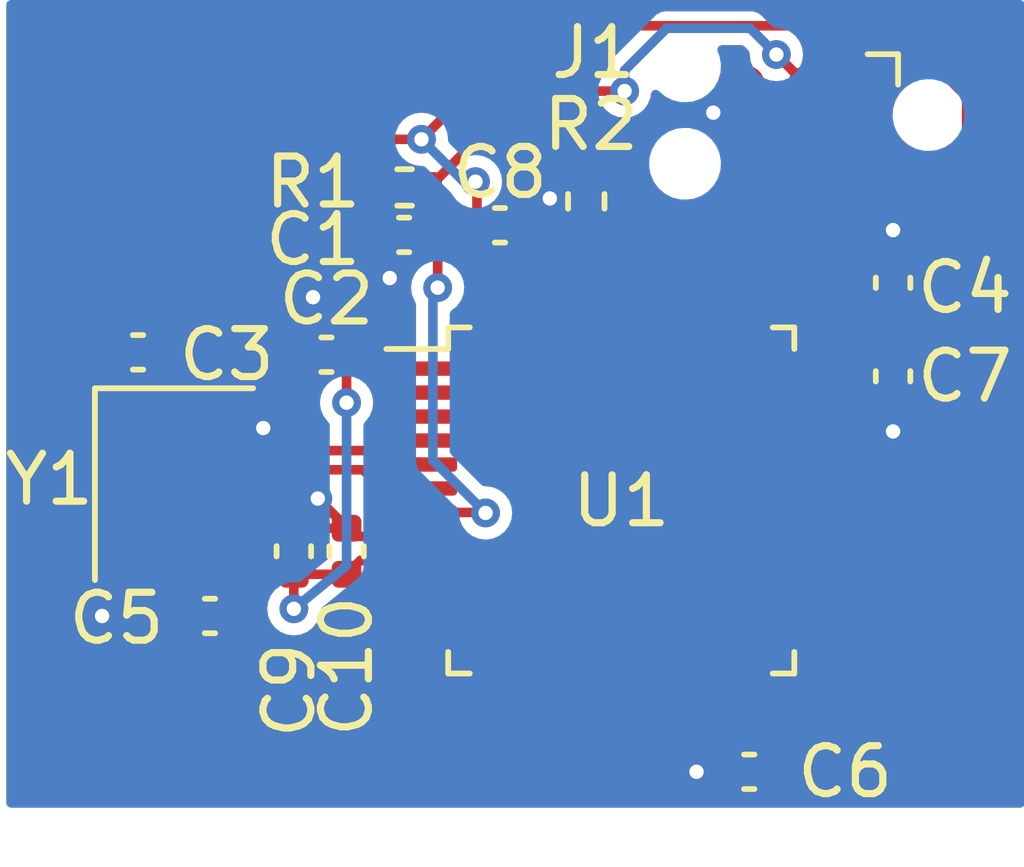
<source format=kicad_pcb>
(kicad_pcb (version 20221018) (generator pcbnew)
  (layers (0 "F.Cu" signal) (31 "B.Cu" signal) (34 "B.Paste" user) (35 "F.Paste" user) (36 "B.SilkS" user "B.Silkscreen") (37 "F.SilkS" user "F.Silkscreen") (38 "B.Mask" user) (39 "F.Mask" user) (44 "Edge.Cuts" user))
  (net 0 "")
  (net 1 "/NRST")
  (net 2 "GND")
  (net 3 "+3V3")
  (net 4 "/PD0")
  (net 5 "/PD1")
  (net 6 "Net-(J1-Pad6)")
  (net 7 "/SWCLK")
  (net 8 "/SWDIO")
  (net 9 "Net-(R2-Pad1)")
  (net 10 "Net-(U1-Pad46)")
  (net 11 "Net-(U1-Pad45)")
  (net 12 "Net-(U1-Pad43)")
  (net 13 "Net-(U1-Pad42)")
  (net 14 "Net-(U1-Pad41)")
  (net 15 "Net-(U1-Pad40)")
  (net 16 "Net-(U1-Pad39)")
  (net 17 "Net-(U1-Pad38)")
  (net 18 "Net-(U1-Pad33)")
  (net 19 "Net-(U1-Pad32)")
  (net 20 "Net-(U1-Pad31)")
  (net 21 "Net-(U1-Pad30)")
  (net 22 "Net-(U1-Pad29)")
  (net 23 "Net-(U1-Pad28)")
  (net 24 "Net-(U1-Pad27)")
  (net 25 "Net-(U1-Pad26)")
  (net 26 "Net-(U1-Pad25)")
  (net 27 "Net-(U1-Pad22)")
  (net 28 "Net-(U1-Pad21)")
  (net 29 "Net-(U1-Pad20)")
  (net 30 "Net-(U1-Pad19)")
  (net 31 "Net-(U1-Pad18)")
  (net 32 "Net-(U1-Pad17)")
  (net 33 "Net-(U1-Pad16)")
  (net 34 "Net-(U1-Pad15)")
  (net 35 "Net-(U1-Pad14)")
  (net 36 "Net-(U1-Pad13)")
  (net 37 "Net-(U1-Pad12)")
  (net 38 "Net-(U1-Pad11)")
  (net 39 "Net-(U1-Pad10)")
  (net 40 "Net-(U1-Pad4)")
  (net 41 "Net-(U1-Pad3)")
  (net 42 "Net-(U1-Pad2)")
  (footprint "Capacitor_SMD:C_0402_1005Metric" (layer "F.Cu") (at 133.8 84.8)
    (fp_text reference "C1" (at -1.9 0.1) (layer "F.SilkS"))
    (fp_text value "100nF")
    (fp_line (start -0.107836 -0.36) (end 0.107836 -0.36) (stroke (width 0.12)) (layer "F.SilkS"))
    (fp_line (start -0.107836 0.36) (end 0.107836 0.36) (stroke (width 0.12)) (layer "F.SilkS"))
    (pad "1" smd roundrect (at -0.48 0) (size 0.56 0.62) (layers "F.Cu" "F.Paste" "F.Mask") (net 2 "GND"))
    (pad "2" smd roundrect (at 0.48 0) (size 0.56 0.62) (layers "F.Cu" "F.Paste" "F.Mask") (net 1 "/NRST"))
  )
  (footprint "Capacitor_SMD:C_0402_1005Metric" (layer "F.Cu") (at 132.18 87.3)
    (fp_text reference "C2" (at 0 -1.16) (layer "F.SilkS"))
    (fp_text value "100nF")
    (fp_line (start -0.107836 -0.36) (end 0.107836 -0.36) (stroke (width 0.12)) (layer "F.SilkS"))
    (fp_line (start -0.107836 0.36) (end 0.107836 0.36) (stroke (width 0.12)) (layer "F.SilkS"))
    (pad "1" smd roundrect (at -0.48 0) (size 0.56 0.62) (layers "F.Cu" "F.Paste" "F.Mask") (net 2 "GND"))
    (pad "2" smd roundrect (at 0.48 0) (size 0.56 0.62) (layers "F.Cu" "F.Paste" "F.Mask") (net 3 "+3V3"))
  )
  (footprint "Capacitor_SMD:C_0402_1005Metric" (layer "F.Cu") (at 128.25 87.25)
    (fp_text reference "C3" (at 1.85 0.05) (layer "F.SilkS"))
    (fp_text value "20pF")
    (fp_line (start -0.107836 -0.36) (end 0.107836 -0.36) (stroke (width 0.12)) (layer "F.SilkS"))
    (fp_line (start -0.107836 0.36) (end 0.107836 0.36) (stroke (width 0.12)) (layer "F.SilkS"))
    (pad "1" smd roundrect (at -0.48 0) (size 0.56 0.62) (layers "F.Cu" "F.Paste" "F.Mask") (net 4 "/PD0"))
    (pad "2" smd roundrect (at 0.48 0) (size 0.56 0.62) (layers "F.Cu" "F.Paste" "F.Mask") (net 2 "GND"))
  )
  (footprint "Capacitor_SMD:C_0402_1005Metric" (layer "F.Cu") (at 144 85.8 -90)
    (fp_text reference "C4" (at 0.1 -1.5 180) (layer "F.SilkS"))
    (fp_text value "4.7uF")
    (fp_line (start -0.107836 -0.36) (end 0.107836 -0.36) (stroke (width 0.12)) (layer "F.SilkS"))
    (fp_line (start -0.107836 0.36) (end 0.107836 0.36) (stroke (width 0.12)) (layer "F.SilkS"))
    (pad "1" smd roundrect (at -0.48 0 270) (size 0.56 0.62) (layers "F.Cu" "F.Paste" "F.Mask") (net 2 "GND"))
    (pad "2" smd roundrect (at 0.48 0 270) (size 0.56 0.62) (layers "F.Cu" "F.Paste" "F.Mask") (net 3 "+3V3"))
  )
  (footprint "Capacitor_SMD:C_0402_1005Metric" (layer "F.Cu") (at 129.75 92.75 180)
    (fp_text reference "C5" (at 1.95 -0.05) (layer "F.SilkS"))
    (fp_text value "20pF")
    (fp_line (start -0.107836 -0.36) (end 0.107836 -0.36) (stroke (width 0.12)) (layer "F.SilkS"))
    (fp_line (start -0.107836 0.36) (end 0.107836 0.36) (stroke (width 0.12)) (layer "F.SilkS"))
    (pad "1" smd roundrect (at -0.48 0 180) (size 0.56 0.62) (layers "F.Cu" "F.Paste" "F.Mask") (net 5 "/PD1"))
    (pad "2" smd roundrect (at 0.48 0 180) (size 0.56 0.62) (layers "F.Cu" "F.Paste" "F.Mask") (net 2 "GND"))
  )
  (footprint "Capacitor_SMD:C_0402_1005Metric" (layer "F.Cu") (at 144 87.75 90)
    (fp_text reference "C7" (at 0 1.5 180) (layer "F.SilkS"))
    (fp_text value "100nF")
    (fp_line (start -0.107836 -0.36) (end 0.107836 -0.36) (stroke (width 0.12)) (layer "F.SilkS"))
    (fp_line (start -0.107836 0.36) (end 0.107836 0.36) (stroke (width 0.12)) (layer "F.SilkS"))
    (pad "1" smd roundrect (at -0.48 0 90) (size 0.56 0.62) (layers "F.Cu" "F.Paste" "F.Mask") (net 2 "GND"))
    (pad "2" smd roundrect (at 0.48 0 90) (size 0.56 0.62) (layers "F.Cu" "F.Paste" "F.Mask") (net 3 "+3V3"))
  )
  (footprint "Capacitor_SMD:C_0402_1005Metric" (layer "F.Cu") (at 135.8 84.6 180)
    (fp_text reference "C8" (at 0 1.1) (layer "F.SilkS"))
    (fp_text value "100nF")
    (fp_line (start -0.107836 -0.36) (end 0.107836 -0.36) (stroke (width 0.12)) (layer "F.SilkS"))
    (fp_line (start -0.107836 0.36) (end 0.107836 0.36) (stroke (width 0.12)) (layer "F.SilkS"))
    (pad "1" smd roundrect (at -0.48 0 180) (size 0.56 0.62) (layers "F.Cu" "F.Paste" "F.Mask") (net 2 "GND"))
    (pad "2" smd roundrect (at 0.48 0 180) (size 0.56 0.62) (layers "F.Cu" "F.Paste" "F.Mask") (net 3 "+3V3"))
  )
  (footprint "Capacitor_SMD:C_0402_1005Metric" (layer "F.Cu") (at 131.5 91.4 -90)
    (fp_text reference "C9" (at 2.9 0.1 90) (layer "F.SilkS"))
    (fp_text value "1uF")
    (fp_line (start -0.107836 -0.36) (end 0.107836 -0.36) (stroke (width 0.12)) (layer "F.SilkS"))
    (fp_line (start -0.107836 0.36) (end 0.107836 0.36) (stroke (width 0.12)) (layer "F.SilkS"))
    (pad "1" smd roundrect (at -0.48 0 270) (size 0.56 0.62) (layers "F.Cu" "F.Paste" "F.Mask") (net 2 "GND"))
    (pad "2" smd roundrect (at 0.48 0 270) (size 0.56 0.62) (layers "F.Cu" "F.Paste" "F.Mask") (net 3 "+3V3"))
  )
  (footprint "Connector:Tag-Connect_TC2030-IDC-NL_2x03_P1.27mm_Vertical" (layer "F.Cu") (at 142.2 82.3 180)
    (fp_text reference "J1" (at 4.45 1.3) (layer "F.SilkS"))
    (fp_text value "DBG")
    (fp_line (start -1.905 1.27) (end -1.905 0.635) (stroke (width 0.12)) (layer "F.SilkS"))
    (fp_line (start -1.27 1.27) (end -1.905 1.27) (stroke (width 0.12)) (layer "F.SilkS"))
    (pad "" np_thru_hole circle (at -2.54 0 180) (size 0.9906 0.9906) (drill 0.9906) (layers "*.Cu" "*.Mask"))
    (pad "" np_thru_hole circle (at 2.54 -1.016 180) (size 0.9906 0.9906) (drill 0.9906) (layers "*.Cu" "*.Mask"))
    (pad "" np_thru_hole circle (at 2.54 1.016 180) (size 0.9906 0.9906) (drill 0.9906) (layers "*.Cu" "*.Mask"))
    (pad "1" connect circle (at -1.27 0.635 180) (size 0.7874 0.7874) (layers "F.Cu" "F.Mask") (net 3 "+3V3"))
    (pad "2" connect circle (at -1.27 -0.635 180) (size 0.7874 0.7874) (layers "F.Cu" "F.Mask") (net 8 "/SWDIO"))
    (pad "3" connect circle (at 0 0.635 180) (size 0.7874 0.7874) (layers "F.Cu" "F.Mask") (net 1 "/NRST"))
    (pad "4" connect circle (at 0 -0.635 180) (size 0.7874 0.7874) (layers "F.Cu" "F.Mask") (net 7 "/SWCLK"))
    (pad "5" connect circle (at 1.27 0.635 180) (size 0.7874 0.7874) (layers "F.Cu" "F.Mask") (net 2 "GND"))
    (pad "6" connect circle (at 1.27 -0.635 180) (size 0.7874 0.7874) (layers "F.Cu" "F.Mask") (net 6 "Net-(J1-Pad6)"))
  )
  (footprint "Resistor_SMD:R_0402_1005Metric" (layer "F.Cu") (at 133.81 83.81)
    (fp_text reference "R1" (at -1.91 -0.11) (layer "F.SilkS"))
    (fp_text value "10k")
    (fp_line (start -0.153641 -0.38) (end 0.153641 -0.38) (stroke (width 0.12)) (layer "F.SilkS"))
    (fp_line (start -0.153641 0.38) (end 0.153641 0.38) (stroke (width 0.12)) (layer "F.SilkS"))
    (pad "1" smd roundrect (at -0.51 0) (size 0.54 0.64) (layers "F.Cu" "F.Paste" "F.Mask") (net 3 "+3V3"))
    (pad "2" smd roundrect (at 0.51 0) (size 0.54 0.64) (layers "F.Cu" "F.Paste" "F.Mask") (net 1 "/NRST"))
  )
  (footprint "Resistor_SMD:R_0402_1005Metric" (layer "F.Cu") (at 137.6 84.1 90)
    (fp_text reference "R2" (at 1.6 0.1 180) (layer "F.SilkS"))
    (fp_text value "10k")
    (fp_line (start -0.153641 -0.38) (end 0.153641 -0.38) (stroke (width 0.12)) (layer "F.SilkS"))
    (fp_line (start -0.153641 0.38) (end 0.153641 0.38) (stroke (width 0.12)) (layer "F.SilkS"))
    (pad "1" smd roundrect (at -0.51 0 90) (size 0.54 0.64) (layers "F.Cu" "F.Paste" "F.Mask") (net 9 "Net-(R2-Pad1)"))
    (pad "2" smd roundrect (at 0.51 0 90) (size 0.54 0.64) (layers "F.Cu" "F.Paste" "F.Mask") (net 2 "GND"))
  )
  (footprint "Crystal:Crystal_SMD_3225-4Pin_3.2x2.5mm" (layer "F.Cu") (at 129 90 -90)
    (fp_text reference "Y1" (at -0.1 2.6 180) (layer "F.SilkS"))
    (fp_text value "16MHz")
    (fp_line (start -2 -1.65) (end -2 1.65) (stroke (width 0.12)) (layer "F.SilkS"))
    (fp_line (start -2 1.65) (end 2 1.65) (stroke (width 0.12)) (layer "F.SilkS"))
    (pad "1" smd rect (at -1.1 0.85 270) (size 1.4 1.2) (layers "F.Cu" "F.Paste" "F.Mask") (net 4 "/PD0"))
    (pad "2" smd rect (at 1.1 0.85 270) (size 1.4 1.2) (layers "F.Cu" "F.Paste" "F.Mask") (net 2 "GND"))
    (pad "3" smd rect (at 1.1 -0.85 270) (size 1.4 1.2) (layers "F.Cu" "F.Paste" "F.Mask") (net 5 "/PD1"))
    (pad "4" smd rect (at -1.1 -0.85 270) (size 1.4 1.2) (layers "F.Cu" "F.Paste" "F.Mask") (net 2 "GND"))
  )
  (footprint "Capacitor_SMD:C_0402_1005Metric" (layer "F.Cu") (at 141 96)
    (fp_text reference "C6" (at 2 0) (layer "F.SilkS"))
    (fp_text value "100nF")
    (fp_line (start -0.107836 -0.36) (end 0.107836 -0.36) (stroke (width 0.12)) (layer "F.SilkS"))
    (fp_line (start -0.107836 0.36) (end 0.107836 0.36) (stroke (width 0.12)) (layer "F.SilkS"))
    (pad "1" smd roundrect (at -0.48 0) (size 0.56 0.62) (layers "F.Cu" "F.Paste" "F.Mask") (net 2 "GND"))
    (pad "2" smd roundrect (at 0.48 0) (size 0.56 0.62) (layers "F.Cu" "F.Paste" "F.Mask") (net 3 "+3V3"))
  )
  (footprint "Capacitor_SMD:C_0402_1005Metric" (layer "F.Cu") (at 132.6 91.4 -90)
    (fp_text reference "C10" (at 2.4 0 -90) (layer "F.SilkS"))
    (fp_text value "10nF")
    (fp_line (start -0.107836 -0.36) (end 0.107836 -0.36) (stroke (width 0.12)) (layer "F.SilkS"))
    (fp_line (start -0.107836 0.36) (end 0.107836 0.36) (stroke (width 0.12)) (layer "F.SilkS"))
    (pad "1" smd roundrect (at -0.48 0 270) (size 0.56 0.62) (layers "F.Cu" "F.Paste" "F.Mask") (net 2 "GND"))
    (pad "2" smd roundrect (at 0.48 0 270) (size 0.56 0.62) (layers "F.Cu" "F.Paste" "F.Mask") (net 3 "+3V3"))
  )
  (footprint "Package_QFP:LQFP-48_7x7mm_P0.5mm" (layer "F.Cu") (at 138.33 90.34)
    (fp_text reference "U1" (at 0 0.01) (layer "F.SilkS"))
    (fp_text value "GD32E103CBTx")
    (fp_line (start -3.61 -3.61) (end -3.61 -3.16) (stroke (width 0.12)) (layer "F.SilkS"))
    (fp_line (start -3.61 -3.16) (end -4.9 -3.16) (stroke (width 0.12)) (layer "F.SilkS"))
    (fp_line (start -3.61 3.61) (end -3.61 3.16) (stroke (width 0.12)) (layer "F.SilkS"))
    (fp_line (start -3.16 -3.61) (end -3.61 -3.61) (stroke (width 0.12)) (layer "F.SilkS"))
    (fp_line (start -3.16 3.61) (end -3.61 3.61) (stroke (width 0.12)) (layer "F.SilkS"))
    (fp_line (start 3.16 -3.61) (end 3.61 -3.61) (stroke (width 0.12)) (layer "F.SilkS"))
    (fp_line (start 3.16 3.61) (end 3.61 3.61) (stroke (width 0.12)) (layer "F.SilkS"))
    (fp_line (start 3.61 -3.61) (end 3.61 -3.16) (stroke (width 0.12)) (layer "F.SilkS"))
    (fp_line (start 3.61 3.61) (end 3.61 3.16) (stroke (width 0.12)) (layer "F.SilkS"))
    (pad "1" smd roundrect (at -4.1625 -2.75) (size 1.475 0.3) (layers "F.Cu" "F.Paste" "F.Mask") (net 3 "+3V3"))
    (pad "2" smd roundrect (at -4.1625 -2.25) (size 1.475 0.3) (layers "F.Cu" "F.Paste" "F.Mask") (net 42 "Net-(U1-Pad2)"))
    (pad "3" smd roundrect (at -4.1625 -1.75) (size 1.475 0.3) (layers "F.Cu" "F.Paste" "F.Mask") (net 41 "Net-(U1-Pad3)"))
    (pad "4" smd roundrect (at -4.1625 -1.25) (size 1.475 0.3) (layers "F.Cu" "F.Paste" "F.Mask") (net 40 "Net-(U1-Pad4)"))
    (pad "5" smd roundrect (at -4.1625 -0.75) (size 1.475 0.3) (layers "F.Cu" "F.Paste" "F.Mask") (net 4 "/PD0"))
    (pad "6" smd roundrect (at -4.1625 -0.25) (size 1.475 0.3) (layers "F.Cu" "F.Paste" "F.Mask") (net 5 "/PD1"))
    (pad "7" smd roundrect (at -4.1625 0.25) (size 1.475 0.3) (layers "F.Cu" "F.Paste" "F.Mask") (net 1 "/NRST"))
    (pad "8" smd roundrect (at -4.1625 0.75) (size 1.475 0.3) (layers "F.Cu" "F.Paste" "F.Mask") (net 2 "GND"))
    (pad "9" smd roundrect (at -4.1625 1.25) (size 1.475 0.3) (layers "F.Cu" "F.Paste" "F.Mask") (net 3 "+3V3"))
    (pad "10" smd roundrect (at -4.1625 1.75) (size 1.475 0.3) (layers "F.Cu" "F.Paste" "F.Mask") (net 39 "Net-(U1-Pad10)"))
    (pad "11" smd roundrect (at -4.1625 2.25) (size 1.475 0.3) (layers "F.Cu" "F.Paste" "F.Mask") (net 38 "Net-(U1-Pad11)"))
    (pad "12" smd roundrect (at -4.1625 2.75) (size 1.475 0.3) (layers "F.Cu" "F.Paste" "F.Mask") (net 37 "Net-(U1-Pad12)"))
    (pad "13" smd roundrect (at -2.75 4.1625) (size 0.3 1.475) (layers "F.Cu" "F.Paste" "F.Mask") (net 36 "Net-(U1-Pad13)"))
    (pad "14" smd roundrect (at -2.25 4.1625) (size 0.3 1.475) (layers "F.Cu" "F.Paste" "F.Mask") (net 35 "Net-(U1-Pad14)"))
    (pad "15" smd roundrect (at -1.75 4.1625) (size 0.3 1.475) (layers "F.Cu" "F.Paste" "F.Mask") (net 34 "Net-(U1-Pad15)"))
    (pad "16" smd roundrect (at -1.25 4.1625) (size 0.3 1.475) (layers "F.Cu" "F.Paste" "F.Mask") (net 33 "Net-(U1-Pad16)"))
    (pad "17" smd roundrect (at -0.75 4.1625) (size 0.3 1.475) (layers "F.Cu" "F.Paste" "F.Mask") (net 32 "Net-(U1-Pad17)"))
    (pad "18" smd roundrect (at -0.25 4.1625) (size 0.3 1.475) (layers "F.Cu" "F.Paste" "F.Mask") (net 31 "Net-(U1-Pad18)"))
    (pad "19" smd roundrect (at 0.25 4.1625) (size 0.3 1.475) (layers "F.Cu" "F.Paste" "F.Mask") (net 30 "Net-(U1-Pad19)"))
    (pad "20" smd roundrect (at 0.75 4.1625) (size 0.3 1.475) (layers "F.Cu" "F.Paste" "F.Mask") (net 29 "Net-(U1-Pad20)"))
    (pad "21" smd roundrect (at 1.25 4.1625) (size 0.3 1.475) (layers "F.Cu" "F.Paste" "F.Mask") (net 28 "Net-(U1-Pad21)"))
    (pad "22" smd roundrect (at 1.75 4.1625) (size 0.3 1.475) (layers "F.Cu" "F.Paste" "F.Mask") (net 27 "Net-(U1-Pad22)"))
    (pad "23" smd roundrect (at 2.25 4.1625) (size 0.3 1.475) (layers "F.Cu" "F.Paste" "F.Mask") (net 2 "GND"))
    (pad "24" smd roundrect (at 2.75 4.1625) (size 0.3 1.475) (layers "F.Cu" "F.Paste" "F.Mask") (net 3 "+3V3"))
    (pad "25" smd roundrect (at 4.1625 2.75) (size 1.475 0.3) (layers "F.Cu" "F.Paste" "F.Mask") (net 26 "Net-(U1-Pad25)"))
    (pad "26" smd roundrect (at 4.1625 2.25) (size 1.475 0.3) (layers "F.Cu" "F.Paste" "F.Mask") (net 25 "Net-(U1-Pad26)"))
    (pad "27" smd roundrect (at 4.1625 1.75) (size 1.475 0.3) (layers "F.Cu" "F.Paste" "F.Mask") (net 24 "Net-(U1-Pad27)"))
    (pad "28" smd roundrect (at 4.1625 1.25) (size 1.475 0.3) (layers "F.Cu" "F.Paste" "F.Mask") (net 23 "Net-(U1-Pad28)"))
    (pad "29" smd roundrect (at 4.1625 0.75) (size 1.475 0.3) (layers "F.Cu" "F.Paste" "F.Mask") (net 22 "Net-(U1-Pad29)"))
    (pad "30" smd roundrect (at 4.1625 0.25) (size 1.475 0.3) (layers "F.Cu" "F.Paste" "F.Mask") (net 21 "Net-(U1-Pad30)"))
    (pad "31" smd roundrect (at 4.1625 -0.25) (size 1.475 0.3) (layers "F.Cu" "F.Paste" "F.Mask") (net 20 "Net-(U1-Pad31)"))
    (pad "32" smd roundrect (at 4.1625 -0.75) (size 1.475 0.3) (layers "F.Cu" "F.Paste" "F.Mask") (net 19 "Net-(U1-Pad32)"))
    (pad "33" smd roundrect (at 4.1625 -1.25) (size 1.475 0.3) (layers "F.Cu" "F.Paste" "F.Mask") (net 18 "Net-(U1-Pad33)"))
    (pad "34" smd roundrect (at 4.1625 -1.75) (size 1.475 0.3) (layers "F.Cu" "F.Paste" "F.Mask") (net 8 "/SWDIO"))
    (pad "35" smd roundrect (at 4.1625 -2.25) (size 1.475 0.3) (layers "F.Cu" "F.Paste" "F.Mask") (net 2 "GND"))
    (pad "36" smd roundrect (at 4.1625 -2.75) (size 1.475 0.3) (layers "F.Cu" "F.Paste" "F.Mask") (net 3 "+3V3"))
    (pad "37" smd roundrect (at 2.75 -4.1625) (size 0.3 1.475) (layers "F.Cu" "F.Paste" "F.Mask") (net 7 "/SWCLK"))
    (pad "38" smd roundrect (at 2.25 -4.1625) (size 0.3 1.475) (layers "F.Cu" "F.Paste" "F.Mask") (net 17 "Net-(U1-Pad38)"))
    (pad "39" smd roundrect (at 1.75 -4.1625) (size 0.3 1.475) (layers "F.Cu" "F.Paste" "F.Mask") (net 16 "Net-(U1-Pad39)"))
    (pad "40" smd roundrect (at 1.25 -4.1625) (size 0.3 1.475) (layers "F.Cu" "F.Paste" "F.Mask") (net 15 "Net-(U1-Pad40)"))
    (pad "41" smd roundrect (at 0.75 -4.1625) (size 0.3 1.475) (layers "F.Cu" "F.Paste" "F.Mask") (net 14 "Net-(U1-Pad41)"))
    (pad "42" smd roundrect (at 0.25 -4.1625) (size 0.3 1.475) (layers "F.Cu" "F.Paste" "F.Mask") (net 13 "Net-(U1-Pad42)"))
    (pad "43" smd roundrect (at -0.25 -4.1625) (size 0.3 1.475) (layers "F.Cu" "F.Paste" "F.Mask") (net 12 "Net-(U1-Pad43)"))
    (pad "44" smd roundrect (at -0.75 -4.1625) (size 0.3 1.475) (layers "F.Cu" "F.Paste" "F.Mask") (net 9 "Net-(R2-Pad1)"))
    (pad "45" smd roundrect (at -1.25 -4.1625) (size 0.3 1.475) (layers "F.Cu" "F.Paste" "F.Mask") (net 11 "Net-(U1-Pad45)"))
    (pad "46" smd roundrect (at -1.75 -4.1625) (size 0.3 1.475) (layers "F.Cu" "F.Paste" "F.Mask") (net 10 "Net-(U1-Pad46)"))
    (pad "47" smd roundrect (at -2.25 -4.1625) (size 0.3 1.475) (layers "F.Cu" "F.Paste" "F.Mask") (net 2 "GND"))
    (pad "48" smd roundrect (at -2.75 -4.1625) (size 0.3 1.475) (layers "F.Cu" "F.Paste" "F.Mask") (net 3 "+3V3"))
  )
  (segment (start 135.49 90.59) (end 135.5 90.6) (width 0.2) (layer "F.Cu") (net 1))
  (segment (start 134.5 85.02) (end 134.28 84.8) (width 0.2) (layer "F.Cu") (net 1))
  (segment (start 138.4 81.8) (end 136.33 81.8) (width 0.2) (layer "F.Cu") (net 1))
  (segment (start 136.33 81.8) (end 134.32 83.81) (width 0.2) (layer "F.Cu") (net 1))
  (segment (start 134.28 84.8) (end 134.28 83.85) (width 0.2) (layer "F.Cu") (net 1))
  (segment (start 134.28 83.85) (end 134.32 83.81) (width 0.2) (layer "F.Cu") (net 1))
  (segment (start 142.2 81.665) (end 142.193856 81.665) (width 0.2) (layer "F.Cu") (net 1))
  (segment (start 134.5 85.9) (end 134.5 85.02) (width 0.2) (layer "F.Cu") (net 1))
  (segment (start 142.193856 81.665) (end 141.566227 81.037371) (width 0.2) (layer "F.Cu") (net 1))
  (segment (start 134.1675 90.59) (end 135.49 90.59) (width 0.2) (layer "F.Cu") (net 1))
  (via (at 138.4 81.8) (size 0.6) (drill 0.3) (layers "F.Cu" "B.Cu") (net 1))
  (via (at 134.5 85.9) (size 0.6) (drill 0.3) (layers "F.Cu" "B.Cu") (net 1))
  (via (at 135.5 90.6) (size 0.6) (drill 0.3) (layers "F.Cu" "B.Cu") (net 1))
  (via (at 141.566227 81.037371) (size 0.6) (drill 0.3) (layers "F.Cu" "B.Cu") (net 1))
  (segment (start 141.566227 81.037371) (end 141.017555 80.488699) (width 0.2) (layer "B.Cu") (net 1))
  (segment (start 134.4 89.5) (end 134.4 86.088002) (width 0.2) (layer "B.Cu") (net 1))
  (segment (start 134.588002 85.9) (end 134.5 85.9) (width 0.2) (layer "B.Cu") (net 1))
  (segment (start 141.017555 80.488699) (end 139.278255 80.488699) (width 0.2) (layer "B.Cu") (net 1))
  (segment (start 139.278255 80.488699) (end 138.4 81.366954) (width 0.2) (layer "B.Cu") (net 1))
  (segment (start 138.4 81.366954) (end 138.4 81.8) (width 0.2) (layer "B.Cu") (net 1))
  (segment (start 135.5 90.6) (end 134.4 89.5) (width 0.2) (layer "B.Cu") (net 1))
  (segment (start 134.4 86.088002) (end 134.588002 85.9) (width 0.2) (layer "B.Cu") (net 1))
  (segment (start 144 88.23) (end 144 88.9) (width 0.2) (layer "F.Cu") (net 2))
  (segment (start 144 88.23) (end 143.86 88.09) (width 0.2) (layer "F.Cu") (net 2))
  (segment (start 133.32 84.8) (end 133.32 85.52) (width 0.2) (layer "F.Cu") (net 2))
  (segment (start 140.835 81.665) (end 140.25 82.25) (width 0.2) (layer "F.Cu") (net 2))
  (segment (start 136.08 86.1775) (end 136.08 84.8) (width 0.2) (layer "F.Cu") (net 2))
  (segment (start 128.15 91.63) (end 129.27 92.75) (width 0.2) (layer "F.Cu") (net 2))
  (segment (start 133.32 85.52) (end 133.5 85.7) (width 0.2) (layer "F.Cu") (net 2))
  (segment (start 136.08 84.8) (end 136.28 84.6) (width 0.2) (layer "F.Cu") (net 2))
  (segment (start 140.52 96) (end 140.58 95.94) (width 0.2) (layer "F.Cu") (net 2))
  (segment (start 129.85 88.37) (end 128.73 87.25) (width 0.2) (layer "F.Cu") (net 2))
  (segment (start 140.93 81.665) (end 140.835 81.665) (width 0.2) (layer "F.Cu") (net 2))
  (segment (start 128.15 91.1) (end 128.15 91.63) (width 0.2) (layer "F.Cu") (net 2))
  (segment (start 137.6 83.59) (end 137.29 83.59) (width 0.2) (layer "F.Cu") (net 2))
  (segment (start 131.5 90.8) (end 132 90.3) (width 0.2) (layer "F.Cu") (net 2))
  (segment (start 129.85 88.9) (end 130.791503 88.9) (width 0.2) (layer "F.Cu") (net 2))
  (segment (start 131.7 86.3) (end 131.9 86.1) (width 0.2) (layer "F.Cu") (net 2))
  (segment (start 144 85.32) (end 144 84.7) (width 0.2) (layer "F.Cu") (net 2))
  (segment (start 140.52 96) (end 139.9 96) (width 0.2) (layer "F.Cu") (net 2))
  (segment (start 132.77 91.09) (end 132.6 90.92) (width 0.2) (layer "F.Cu") (net 2))
  (segment (start 137.29 83.59) (end 136.84 84.04) (width 0.2) (layer "F.Cu") (net 2))
  (segment (start 136.84 84.04) (end 136.28 84.6) (width 0.2) (layer "F.Cu") (net 2))
  (segment (start 130.791503 88.9) (end 130.862209 88.829294) (width 0.2) (layer "F.Cu") (net 2))
  (segment (start 128.15 91.1) (end 128.15 92.1) (width 0.2) (layer "F.Cu") (net 2))
  (segment (start 128.15 92.1) (end 127.5 92.75) (width 0.2) (layer "F.Cu") (net 2))
  (segment (start 132.6 90.92) (end 132.6 90.9) (width 0.2) (layer "F.Cu") (net 2))
  (segment (start 129.85 88.9) (end 129.85 88.37) (width 0.2) (layer "F.Cu") (net 2))
  (segment (start 131.5 90.92) (end 131.5 90.8) (width 0.2) (layer "F.Cu") (net 2))
  (segment (start 132.6 90.92) (end 131.5 90.92) (width 0.2) (layer "F.Cu") (net 2))
  (segment (start 143.86 88.09) (end 142.4925 88.09) (width 0.2) (layer "F.Cu") (net 2))
  (segment (start 131.7 87.3) (end 131.7 86.3) (width 0.2) (layer "F.Cu") (net 2))
  (segment (start 132.6 90.9) (end 132 90.3) (width 0.2) (layer "F.Cu") (net 2))
  (segment (start 134.1675 91.09) (end 132.77 91.09) (width 0.2) (layer "F.Cu") (net 2))
  (segment (start 140.58 95.94) (end 140.58 94.5025) (width 0.2) (layer "F.Cu") (net 2))
  (via (at 144 84.7) (size 0.6) (drill 0.3) (layers "F.Cu" "B.Cu") (net 2))
  (via (at 130.862209 88.829294) (size 0.6) (drill 0.3) (layers "F.Cu" "B.Cu") (net 2))
  (via (at 144 88.9) (size 0.6) (drill 0.3) (layers "F.Cu" "B.Cu") (net 2))
  (via (at 127.5 92.75) (size 0.6) (drill 0.3) (layers "F.Cu" "B.Cu") (net 2))
  (via (at 133.5 85.7) (size 0.6) (drill 0.3) (layers "F.Cu" "B.Cu") (net 2))
  (via (at 131.9 86.1) (size 0.6) (drill 0.3) (layers "F.Cu" "B.Cu") (net 2))
  (via (at 140.25 82.25) (size 0.6) (drill 0.3) (layers "F.Cu" "B.Cu") (net 2))
  (via (at 136.84 84.04) (size 0.6) (drill 0.3) (layers "F.Cu" "B.Cu") (net 2))
  (via (at 139.9 96) (size 0.6) (drill 0.3) (layers "F.Cu" "B.Cu") (net 2))
  (via (at 132 90.3) (size 0.6) (drill 0.3) (layers "F.Cu" "B.Cu") (net 2))
  (segment (start 143.863699 81.271301) (end 144.888347 81.271301) (width 0.2) (layer "F.Cu") (net 3))
  (segment (start 134.16225 82.806215) (end 133.593785 82.806215) (width 0.2) (layer "F.Cu") (net 3))
  (segment (start 141.08 95.6) (end 141.48 96) (width 0.2) (layer "F.Cu") (net 3))
  (segment (start 132.66 84.45) (end 133.3 83.81) (width 0.2) (layer "F.Cu") (net 3))
  (segment (start 132.6 88.3) (end 132.6 87.36) (width 0.2) (layer "F.Cu") (net 3))
  (segment (start 145.15 93.9) (end 143.05 96) (width 0.2) (layer "F.Cu") (net 3))
  (segment (start 132.89 91.59) (end 132.6 91.88) (width 0.2) (layer "F.Cu") (net 3))
  (segment (start 131.5 91.88) (end 131.5 92.6) (width 0.2) (layer "F.Cu") (net 3))
  (segment (start 135.58 84.86) (end 135.32 84.6) (width 0.2) (layer "F.Cu") (net 3))
  (segment (start 132.95 87.59) (end 132.66 87.3) (width 0.2) (layer "F.Cu") (net 3))
  (segment (start 142.24237 80.43737) (end 136.531095 80.43737) (width 0.2) (layer "F.Cu") (net 3))
  (segment (start 143.47 81.665) (end 143.863699 81.271301) (width 0.2) (layer "F.Cu") (net 3))
  (segment (start 145.15 88.42) (end 145.15 93.9) (width 0.2) (layer "F.Cu") (net 3))
  (segment (start 143.47 81.665) (end 142.24237 80.43737) (width 0.2) (layer "F.Cu") (net 3))
  (segment (start 134.1675 87.59) (end 132.95 87.59) (width 0.2) (layer "F.Cu") (net 3))
  (segment (start 144.888347 81.271301) (end 145.535301 81.918255) (width 0.2) (layer "F.Cu") (net 3))
  (segment (start 132.6 87.36) (end 132.66 87.3) (width 0.2) (layer "F.Cu") (net 3))
  (segment (start 141.08 94.5025) (end 141.08 95.6) (width 0.2) (layer "F.Cu") (net 3))
  (segment (start 132.66 87.3) (end 132.66 84.45) (width 0.2) (layer "F.Cu") (net 3))
  (segment (start 136.531095 80.43737) (end 134.16225 82.806215) (width 0.2) (layer "F.Cu") (net 3))
  (segment (start 144 87.27) (end 144 86.28) (width 0.2) (layer "F.Cu") (net 3))
  (segment (start 143.68 87.59) (end 144 87.27) (width 0.2) (layer "F.Cu") (net 3))
  (segment (start 143.05 96) (end 141.48 96) (width 0.2) (layer "F.Cu") (net 3))
  (segment (start 134.1675 91.59) (end 132.89 91.59) (width 0.2) (layer "F.Cu") (net 3))
  (segment (start 144 87.27) (end 145.15 88.42) (width 0.2) (layer "F.Cu") (net 3))
  (segment (start 135.58 86.1775) (end 135.58 84.86) (width 0.2) (layer "F.Cu") (net 3))
  (segment (start 132.6 91.88) (end 131.5 91.88) (width 0.2) (layer "F.Cu") (net 3))
  (segment (start 133.3 83.1) (end 133.3 83.81) (width 0.2) (layer "F.Cu") (net 3))
  (segment (start 133.593785 82.806215) (end 133.3 83.1) (width 0.2) (layer "F.Cu") (net 3))
  (segment (start 145.535301 81.918255) (end 145.535301 84.744699) (width 0.2) (layer "F.Cu") (net 3))
  (segment (start 142.4925 87.59) (end 143.68 87.59) (width 0.2) (layer "F.Cu") (net 3))
  (segment (start 135.32 83.72) (end 135.289265 83.689265) (width 0.2) (layer "F.Cu") (net 3))
  (segment (start 135.32 84.6) (end 135.32 83.72) (width 0.2) (layer "F.Cu") (net 3))
  (segment (start 145.535301 84.744699) (end 144 86.28) (width 0.2) (layer "F.Cu") (net 3))
  (via (at 131.5 92.6) (size 0.6) (drill 0.3) (layers "F.Cu" "B.Cu") (net 3))
  (via (at 135.289265 83.689265) (size 0.6) (drill 0.3) (layers "F.Cu" "B.Cu") (net 3))
  (via (at 132.6 88.3) (size 0.6) (drill 0.3) (layers "F.Cu" "B.Cu") (net 3))
  (via (at 134.16225 82.806215) (size 0.6) (drill 0.3) (layers "F.Cu" "B.Cu") (net 3))
  (segment (start 132.6 91.7) (end 132.6 88.3) (width 0.2) (layer "B.Cu") (net 3))
  (segment (start 131.5 92.6) (end 132.6 91.7) (width 0.2) (layer "B.Cu") (net 3))
  (segment (start 135.289265 83.689265) (end 135.0453 83.689265) (width 0.2) (layer "B.Cu") (net 3))
  (segment (start 135.0453 83.689265) (end 134.16225 82.806215) (width 0.2) (layer "B.Cu") (net 3))
  (segment (start 133.349664 89.54001) (end 134.11751 89.54001) (width 0.2) (layer "F.Cu") (net 4))
  (segment (start 128.15 89.8) (end 128.250001 89.900001) (width 0.2) (layer "F.Cu") (net 4))
  (segment (start 134.11751 89.54001) (end 134.1675 89.59) (width 0.2) (layer "F.Cu") (net 4))
  (segment (start 133.109643 89.299989) (end 133.349664 89.54001) (width 0.2) (layer "F.Cu") (net 4))
  (segment (start 130.634299 89.900001) (end 131.234311 89.299989) (width 0.2) (layer "F.Cu") (net 4))
  (segment (start 128.15 88.9) (end 128.15 89.8) (width 0.2) (layer "F.Cu") (net 4))
  (segment (start 128.15 88.9) (end 128.15 87.63) (width 0.2) (layer "F.Cu") (net 4))
  (segment (start 128.15 87.63) (end 127.77 87.25) (width 0.2) (layer "F.Cu") (net 4))
  (segment (start 128.250001 89.900001) (end 130.634299 89.900001) (width 0.2) (layer "F.Cu") (net 4))
  (segment (start 131.234311 89.299989) (end 133.109643 89.299989) (width 0.2) (layer "F.Cu") (net 4))
  (segment (start 129.85 91.1) (end 130.649988 90.300012) (width 0.2) (layer "F.Cu") (net 5))
  (segment (start 133.3757 90.09) (end 134.1675 90.09) (width 0.2) (layer "F.Cu") (net 5))
  (segment (start 133.183975 89.940021) (end 133.225721 89.940021) (width 0.2) (layer "F.Cu") (net 5))
  (segment (start 130.799988 90.300012) (end 131.4 89.7) (width 0.2) (layer "F.Cu") (net 5))
  (segment (start 131.4 89.7) (end 132.943954 89.7) (width 0.2) (layer "F.Cu") (net 5))
  (segment (start 129.85 92.37) (end 130.23 92.75) (width 0.2) (layer "F.Cu") (net 5))
  (segment (start 130.649988 90.300012) (end 130.799988 90.300012) (width 0.2) (layer "F.Cu") (net 5))
  (segment (start 129.85 91.1) (end 129.85 92.37) (width 0.2) (layer "F.Cu") (net 5))
  (segment (start 133.225721 89.940021) (end 133.3757 90.09) (width 0.2) (layer "F.Cu") (net 5))
  (segment (start 132.943954 89.7) (end 133.183975 89.940021) (width 0.2) (layer "F.Cu") (net 5))
  (segment (start 142.2 84.2) (end 142.2 82.935) (width 0.2) (layer "F.Cu") (net 7))
  (segment (start 141.08 85.32) (end 142.2 84.2) (width 0.2) (layer "F.Cu") (net 7))
  (segment (start 141.08 86.1775) (end 141.08 85.32) (width 0.2) (layer "F.Cu") (net 7))
  (segment (start 141.474654 87.84) (end 141.45499 87.820336) (width 0.2) (layer "F.Cu") (net 8))
  (segment (start 142.61001 87.13999) (end 143 86.75) (width 0.2) (layer "F.Cu") (net 8))
  (segment (start 143 86.75) (end 143 83.405) (width 0.2) (layer "F.Cu") (net 8))
  (segment (start 142.4925 88.59) (end 141.724654 88.59) (width 0.2) (layer "F.Cu") (net 8))
  (segment (start 141.45499 88.320336) (end 141.45499 87.859664) (width 0.2) (layer "F.Cu") (net 8))
  (segment (start 143 83.405) (end 143.47 82.935) (width 0.2) (layer "F.Cu") (net 8))
  (segment (start 141.45499 87.859664) (end 141.474654 87.84) (width 0.2) (layer "F.Cu") (net 8))
  (segment (start 141.724654 88.59) (end 141.45499 88.320336) (width 0.2) (layer "F.Cu") (net 8))
  (segment (start 141.45499 87.820336) (end 141.45499 87.359664) (width 0.2) (layer "F.Cu") (net 8))
  (segment (start 141.45499 87.359664) (end 141.674664 87.13999) (width 0.2) (layer "F.Cu") (net 8))
  (segment (start 141.674664 87.13999) (end 142.61001 87.13999) (width 0.2) (layer "F.Cu") (net 8))
  (segment (start 137.58 84.63) (end 137.6 84.61) (width 0.2) (layer "F.Cu") (net 9))
  (segment (start 137.58 86.1775) (end 137.58 84.63) (width 0.2) (layer "F.Cu") (net 9))
  (zone (net 2) (net_name "GND") (layer "B.Cu") (connect_pads (clearance 0.25)) (min_thickness 0.2) (fill yes (thermal_gap 0.508) (thermal_bridge_width 0.508))
    (polygon (pts (xy 146.75 96.75) (xy 125.5 96.75) (xy 125.5 79.9) (xy 146.75 79.9)))
  )
)
</source>
